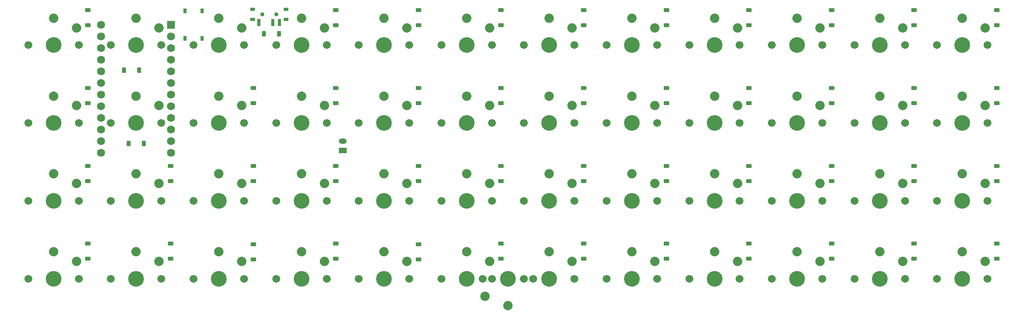
<source format=gbr>
%TF.GenerationSoftware,KiCad,Pcbnew,9.0.3-1.fc42*%
%TF.CreationDate,2025-08-27T16:52:14-04:00*%
%TF.ProjectId,48ish_soldered,34386973-685f-4736-9f6c-64657265642e,v1.0.0*%
%TF.SameCoordinates,Original*%
%TF.FileFunction,Soldermask,Bot*%
%TF.FilePolarity,Negative*%
%FSLAX46Y46*%
G04 Gerber Fmt 4.6, Leading zero omitted, Abs format (unit mm)*
G04 Created by KiCad (PCBNEW 9.0.3-1.fc42) date 2025-08-27 16:52:14*
%MOMM*%
%LPD*%
G01*
G04 APERTURE LIST*
G04 Aperture macros list*
%AMRoundRect*
0 Rectangle with rounded corners*
0 $1 Rounding radius*
0 $2 $3 $4 $5 $6 $7 $8 $9 X,Y pos of 4 corners*
0 Add a 4 corners polygon primitive as box body*
4,1,4,$2,$3,$4,$5,$6,$7,$8,$9,$2,$3,0*
0 Add four circle primitives for the rounded corners*
1,1,$1+$1,$2,$3*
1,1,$1+$1,$4,$5*
1,1,$1+$1,$6,$7*
1,1,$1+$1,$8,$9*
0 Add four rect primitives between the rounded corners*
20,1,$1+$1,$2,$3,$4,$5,0*
20,1,$1+$1,$4,$5,$6,$7,0*
20,1,$1+$1,$6,$7,$8,$9,0*
20,1,$1+$1,$8,$9,$2,$3,0*%
G04 Aperture macros list end*
%ADD10C,1.701800*%
%ADD11C,3.429000*%
%ADD12C,2.032000*%
%ADD13R,1.700000X1.200000*%
%ADD14O,1.700000X1.200000*%
%ADD15R,1.000000X0.800000*%
%ADD16C,0.900000*%
%ADD17R,0.700000X1.500000*%
%ADD18RoundRect,0.225000X-0.375000X0.225000X-0.375000X-0.225000X0.375000X-0.225000X0.375000X0.225000X0*%
%ADD19RoundRect,0.225000X0.225000X0.375000X-0.225000X0.375000X-0.225000X-0.375000X0.225000X-0.375000X0*%
%ADD20R,1.752600X1.752600*%
%ADD21C,1.752600*%
%ADD22R,0.750000X1.000000*%
%ADD23RoundRect,0.225000X-0.225000X-0.375000X0.225000X-0.375000X0.225000X0.375000X-0.225000X0.375000X0*%
G04 APERTURE END LIST*
D10*
%TO.C,S17*%
X156500000Y68000000D03*
D11*
X162000000Y68000000D03*
D10*
X167500000Y68000000D03*
D12*
X167000000Y71800000D03*
X162000000Y73900000D03*
%TD*%
D10*
%TO.C,S30*%
X102500000Y68000000D03*
D11*
X108000000Y68000000D03*
D10*
X113500000Y68000000D03*
D12*
X113000000Y71800000D03*
X108000000Y73900000D03*
%TD*%
D10*
%TO.C,S34*%
X66500000Y51000000D03*
D11*
X72000000Y51000000D03*
D10*
X77500000Y51000000D03*
D12*
X77000000Y54800000D03*
X72000000Y56900000D03*
%TD*%
D10*
%TO.C,S47*%
X12500000Y68000000D03*
D11*
X18000000Y68000000D03*
D10*
X23500000Y68000000D03*
D12*
X23000000Y71800000D03*
X18000000Y73900000D03*
%TD*%
D10*
%TO.C,S9*%
X174500000Y51000000D03*
D11*
X180000000Y51000000D03*
D10*
X185500000Y51000000D03*
D12*
X185000000Y54800000D03*
X180000000Y56900000D03*
%TD*%
D10*
%TO.C,S29*%
X102500000Y51000000D03*
D11*
X108000000Y51000000D03*
D10*
X113500000Y51000000D03*
D12*
X113000000Y54800000D03*
X108000000Y56900000D03*
%TD*%
D10*
%TO.C,S37*%
X48500000Y34000000D03*
D11*
X54000000Y34000000D03*
D10*
X59500000Y34000000D03*
D12*
X59000000Y37800000D03*
X54000000Y39900000D03*
%TD*%
D10*
%TO.C,S49*%
X-5500000Y34000000D03*
D11*
X0Y34000000D03*
D10*
X5500000Y34000000D03*
D12*
X5000000Y37800000D03*
X0Y39900000D03*
%TD*%
D10*
%TO.C,S46*%
X30500000Y68000000D03*
D11*
X36000000Y68000000D03*
D10*
X41500000Y68000000D03*
D12*
X41000000Y71800000D03*
X36000000Y73900000D03*
%TD*%
D10*
%TO.C,S18*%
X138500000Y68000000D03*
D11*
X144000000Y68000000D03*
D10*
X149500000Y68000000D03*
D12*
X149000000Y71800000D03*
X144000000Y73900000D03*
%TD*%
D10*
%TO.C,S35*%
X66500000Y68000000D03*
D11*
X72000000Y68000000D03*
D10*
X77500000Y68000000D03*
D12*
X77000000Y71800000D03*
X72000000Y73900000D03*
%TD*%
D10*
%TO.C,S32*%
X66500000Y17000000D03*
D11*
X72000000Y17000000D03*
D10*
X77500000Y17000000D03*
D12*
X77000000Y20800000D03*
X72000000Y22900000D03*
%TD*%
D10*
%TO.C,S10*%
X174500000Y68000000D03*
D11*
X180000000Y68000000D03*
D10*
X185500000Y68000000D03*
D12*
X185000000Y71800000D03*
X180000000Y73900000D03*
%TD*%
D10*
%TO.C,S38*%
X48500000Y51000000D03*
D11*
X54000000Y51000000D03*
D10*
X59500000Y51000000D03*
D12*
X59000000Y54800000D03*
X54000000Y56900000D03*
%TD*%
D10*
%TO.C,S31*%
X84500000Y68000000D03*
D11*
X90000000Y68000000D03*
D10*
X95500000Y68000000D03*
D12*
X95000000Y71800000D03*
X90000000Y73900000D03*
%TD*%
D10*
%TO.C,S44*%
X30500000Y51000000D03*
D11*
X36000000Y51000000D03*
D10*
X41500000Y51000000D03*
D12*
X41000000Y54800000D03*
X36000000Y56900000D03*
%TD*%
D10*
%TO.C,S26*%
X102500000Y34000000D03*
D11*
X108000000Y34000000D03*
D10*
X113500000Y34000000D03*
D12*
X113000000Y37800000D03*
X108000000Y39900000D03*
%TD*%
D10*
%TO.C,S42*%
X12500000Y34000000D03*
D11*
X18000000Y34000000D03*
D10*
X23500000Y34000000D03*
D12*
X23000000Y37800000D03*
X18000000Y39900000D03*
%TD*%
D10*
%TO.C,S48*%
X-5500000Y17000000D03*
D11*
X0Y17000000D03*
D10*
X5500000Y17000000D03*
D12*
X5000000Y20800000D03*
X0Y22900000D03*
%TD*%
D13*
%TO.C,JST1*%
X63000000Y45000000D03*
D14*
X63000000Y47000000D03*
%TD*%
D10*
%TO.C,S20*%
X120500000Y34000000D03*
D11*
X126000000Y34000000D03*
D10*
X131500000Y34000000D03*
D12*
X131000000Y37800000D03*
X126000000Y39900000D03*
%TD*%
D10*
%TO.C,S40*%
X30500000Y17000000D03*
D11*
X36000000Y17000000D03*
D10*
X41500000Y17000000D03*
D12*
X41000000Y20800000D03*
X36000000Y22900000D03*
%TD*%
D10*
%TO.C,S33*%
X66500000Y34000000D03*
D11*
X72000000Y34000000D03*
D10*
X77500000Y34000000D03*
D12*
X77000000Y37800000D03*
X72000000Y39900000D03*
%TD*%
D10*
%TO.C,S11*%
X138500000Y17000000D03*
D11*
X144000000Y17000000D03*
D10*
X149500000Y17000000D03*
D12*
X149000000Y20800000D03*
X144000000Y22900000D03*
%TD*%
D10*
%TO.C,S16*%
X138500000Y51000000D03*
D11*
X144000000Y51000000D03*
D10*
X149500000Y51000000D03*
D12*
X149000000Y54800000D03*
X144000000Y56900000D03*
%TD*%
D10*
%TO.C,S24*%
X84500000Y17000000D03*
D11*
X90000000Y17000000D03*
D10*
X95500000Y17000000D03*
D12*
X95000000Y20800000D03*
X90000000Y22900000D03*
%TD*%
D10*
%TO.C,S36*%
X48500000Y17000000D03*
D11*
X54000000Y17000000D03*
D10*
X59500000Y17000000D03*
D12*
X59000000Y20800000D03*
X54000000Y22900000D03*
%TD*%
D10*
%TO.C,S15*%
X156500000Y51000000D03*
D11*
X162000000Y51000000D03*
D10*
X167500000Y51000000D03*
D12*
X167000000Y54800000D03*
X162000000Y56900000D03*
%TD*%
D10*
%TO.C,S25*%
X104500000Y17000000D03*
D11*
X99000000Y17000000D03*
D10*
X93500000Y17000000D03*
D12*
X94000000Y13200000D03*
X99000000Y11100000D03*
%TD*%
D10*
%TO.C,S6*%
X192500000Y68000000D03*
D11*
X198000000Y68000000D03*
D10*
X203500000Y68000000D03*
D12*
X203000000Y71800000D03*
X198000000Y73900000D03*
%TD*%
D10*
%TO.C,S21*%
X120500000Y51000000D03*
D11*
X126000000Y51000000D03*
D10*
X131500000Y51000000D03*
D12*
X131000000Y54800000D03*
X126000000Y56900000D03*
%TD*%
D10*
%TO.C,S8*%
X174500000Y34000000D03*
D11*
X180000000Y34000000D03*
D10*
X185500000Y34000000D03*
D12*
X185000000Y37800000D03*
X180000000Y39900000D03*
%TD*%
D10*
%TO.C,S22*%
X120500000Y68000000D03*
D11*
X126000000Y68000000D03*
D10*
X131500000Y68000000D03*
D12*
X131000000Y71800000D03*
X126000000Y73900000D03*
%TD*%
D10*
%TO.C,S27*%
X84500000Y34000000D03*
D11*
X90000000Y34000000D03*
D10*
X95500000Y34000000D03*
D12*
X95000000Y37800000D03*
X90000000Y39900000D03*
%TD*%
D10*
%TO.C,S14*%
X156500000Y34000000D03*
D11*
X162000000Y34000000D03*
D10*
X167500000Y34000000D03*
D12*
X167000000Y37800000D03*
X162000000Y39900000D03*
%TD*%
D10*
%TO.C,S28*%
X84500000Y51000000D03*
D11*
X90000000Y51000000D03*
D10*
X95500000Y51000000D03*
D12*
X95000000Y54800000D03*
X90000000Y56900000D03*
%TD*%
D10*
%TO.C,S13*%
X138500000Y34000000D03*
D11*
X144000000Y34000000D03*
D10*
X149500000Y34000000D03*
D12*
X149000000Y37800000D03*
X144000000Y39900000D03*
%TD*%
D10*
%TO.C,S39*%
X48500000Y68000000D03*
D11*
X54000000Y68000000D03*
D10*
X59500000Y68000000D03*
D12*
X59000000Y71800000D03*
X54000000Y73900000D03*
%TD*%
D10*
%TO.C,S3*%
X192500000Y17000000D03*
D11*
X198000000Y17000000D03*
D10*
X203500000Y17000000D03*
D12*
X203000000Y20800000D03*
X198000000Y22900000D03*
%TD*%
D10*
%TO.C,S7*%
X174500000Y17000000D03*
D11*
X180000000Y17000000D03*
D10*
X185500000Y17000000D03*
D12*
X185000000Y20800000D03*
X180000000Y22900000D03*
%TD*%
D10*
%TO.C,S12*%
X156500000Y17000000D03*
D11*
X162000000Y17000000D03*
D10*
X167500000Y17000000D03*
D12*
X167000000Y20800000D03*
X162000000Y22900000D03*
%TD*%
D10*
%TO.C,S41*%
X12500000Y17000000D03*
D11*
X18000000Y17000000D03*
D10*
X23500000Y17000000D03*
D12*
X23000000Y20800000D03*
X18000000Y22900000D03*
%TD*%
D10*
%TO.C,S19*%
X120500000Y17000000D03*
D11*
X126000000Y17000000D03*
D10*
X131500000Y17000000D03*
D12*
X131000000Y20800000D03*
X126000000Y22900000D03*
%TD*%
D10*
%TO.C,S45*%
X12500000Y51000000D03*
D11*
X18000000Y51000000D03*
D10*
X23500000Y51000000D03*
D12*
X23000000Y54800000D03*
X18000000Y56900000D03*
%TD*%
D10*
%TO.C,S51*%
X-5500000Y68000000D03*
D11*
X0Y68000000D03*
D10*
X5500000Y68000000D03*
D12*
X5000000Y71800000D03*
X0Y73900000D03*
%TD*%
D10*
%TO.C,S43*%
X30500000Y34000000D03*
D11*
X36000000Y34000000D03*
D10*
X41500000Y34000000D03*
D12*
X41000000Y37800000D03*
X36000000Y39900000D03*
%TD*%
D10*
%TO.C,S5*%
X192500000Y51000000D03*
D11*
X198000000Y51000000D03*
D10*
X203500000Y51000000D03*
D12*
X203000000Y54800000D03*
X198000000Y56900000D03*
%TD*%
D10*
%TO.C,S23*%
X102500000Y17000000D03*
D11*
X108000000Y17000000D03*
D10*
X113500000Y17000000D03*
D12*
X113000000Y20800000D03*
X108000000Y22900000D03*
%TD*%
D10*
%TO.C,S4*%
X192500000Y34000000D03*
D11*
X198000000Y34000000D03*
D10*
X203500000Y34000000D03*
D12*
X203000000Y37800000D03*
X198000000Y39900000D03*
%TD*%
D10*
%TO.C,S50*%
X-5500000Y51000000D03*
D11*
X0Y51000000D03*
D10*
X5500000Y51000000D03*
D12*
X5000000Y54800000D03*
X0Y56900000D03*
%TD*%
D15*
%TO.C,S1*%
X43350000Y75830000D03*
X43350000Y73620000D03*
D16*
X45500000Y74730000D03*
X48500000Y74730000D03*
D15*
X50650000Y75830000D03*
X50650000Y73620000D03*
D17*
X44750000Y72970000D03*
X47750000Y72970000D03*
X49250000Y72970000D03*
%TD*%
D18*
%TO.C,D21*%
X97500000Y24650000D03*
X97500000Y21350000D03*
%TD*%
%TO.C,D22*%
X97500000Y58650000D03*
X97500000Y55350000D03*
%TD*%
%TO.C,D43*%
X169500000Y75650000D03*
X169500000Y72350000D03*
%TD*%
D19*
%TO.C,D16*%
X49150000Y70500000D03*
X45850000Y70500000D03*
%TD*%
D18*
%TO.C,D5*%
X25500000Y24650000D03*
X25500000Y21350000D03*
%TD*%
%TO.C,D37*%
X187500000Y24650000D03*
X187500000Y21350000D03*
%TD*%
D20*
%TO.C,MCU1*%
X25620000Y72470000D03*
D21*
X25620000Y69930000D03*
X25620000Y67390000D03*
X25620000Y64850000D03*
X25620000Y62310000D03*
X25620000Y59770000D03*
X25620000Y57230000D03*
X25620000Y54690000D03*
X25620000Y52150000D03*
X25620000Y49610000D03*
X25620000Y47070000D03*
X25620000Y44530000D03*
X10380000Y72470000D03*
X10380000Y69930000D03*
X10380000Y67390000D03*
X10380000Y64850000D03*
X10380000Y62310000D03*
X10380000Y59770000D03*
X10380000Y57230000D03*
X10380000Y54690000D03*
X10380000Y52150000D03*
X10380000Y49610000D03*
X10380000Y47070000D03*
X10380000Y44530000D03*
%TD*%
D18*
%TO.C,D26*%
X133500000Y24650000D03*
X133500000Y21350000D03*
%TD*%
%TO.C,D36*%
X151500000Y75650000D03*
X151500000Y72350000D03*
%TD*%
%TO.C,D4*%
X7500000Y75650000D03*
X7500000Y72350000D03*
%TD*%
D22*
%TO.C,S2*%
X28625000Y75500000D03*
X28625000Y69500000D03*
X32375000Y75500000D03*
X32375000Y69500000D03*
%TD*%
D18*
%TO.C,D19*%
X79500000Y41650000D03*
X79500000Y38350000D03*
%TD*%
%TO.C,D18*%
X79500000Y58650000D03*
X79500000Y55350000D03*
%TD*%
%TO.C,D14*%
X43500000Y41650000D03*
X43500000Y38350000D03*
%TD*%
%TO.C,D42*%
X187500000Y41650000D03*
X187500000Y38350000D03*
%TD*%
%TO.C,D28*%
X133500000Y41650000D03*
X133500000Y38350000D03*
%TD*%
%TO.C,D44*%
X187500000Y75650000D03*
X187500000Y72350000D03*
%TD*%
%TO.C,D40*%
X169500000Y41650000D03*
X169500000Y38350000D03*
%TD*%
D23*
%TO.C,D8*%
X15350000Y62500000D03*
X18650000Y62500000D03*
%TD*%
D18*
%TO.C,D17*%
X79500000Y24500000D03*
X79500000Y21200000D03*
%TD*%
%TO.C,D3*%
X7500000Y41650000D03*
X7500000Y38350000D03*
%TD*%
%TO.C,D32*%
X133500000Y75650000D03*
X133500000Y72350000D03*
%TD*%
%TO.C,D20*%
X79500000Y75650000D03*
X79500000Y72350000D03*
%TD*%
%TO.C,D48*%
X205500000Y75650000D03*
X205500000Y72350000D03*
%TD*%
%TO.C,D11*%
X43500000Y58650000D03*
X43500000Y55350000D03*
%TD*%
%TO.C,D35*%
X151500000Y58650000D03*
X151500000Y55350000D03*
%TD*%
%TO.C,D34*%
X151500000Y41650000D03*
X151500000Y38350000D03*
%TD*%
%TO.C,D2*%
X7500000Y58650000D03*
X7500000Y55350000D03*
%TD*%
%TO.C,D27*%
X115500000Y41650000D03*
X115500000Y38350000D03*
%TD*%
%TO.C,D23*%
X97500000Y41650000D03*
X97500000Y38350000D03*
%TD*%
D23*
%TO.C,D7*%
X16350000Y46500000D03*
X19650000Y46500000D03*
%TD*%
D18*
%TO.C,D10*%
X61500000Y24650000D03*
X61500000Y21350000D03*
%TD*%
%TO.C,D25*%
X115500000Y24650000D03*
X115500000Y21350000D03*
%TD*%
%TO.C,D6*%
X25500000Y41650000D03*
X25500000Y38350000D03*
%TD*%
%TO.C,D1*%
X7500000Y24650000D03*
X7500000Y21350000D03*
%TD*%
%TO.C,D46*%
X205500000Y41650000D03*
X205500000Y38350000D03*
%TD*%
%TO.C,D15*%
X61500000Y75650000D03*
X61500000Y72350000D03*
%TD*%
%TO.C,D39*%
X187500000Y58650000D03*
X187500000Y55350000D03*
%TD*%
%TO.C,D24*%
X97500000Y75650000D03*
X97500000Y72350000D03*
%TD*%
%TO.C,D41*%
X169500000Y58650000D03*
X169500000Y55350000D03*
%TD*%
%TO.C,D9*%
X43500000Y24500000D03*
X43500000Y21200000D03*
%TD*%
%TO.C,D30*%
X115500000Y58650000D03*
X115500000Y55350000D03*
%TD*%
%TO.C,D33*%
X151500000Y24650000D03*
X151500000Y21350000D03*
%TD*%
%TO.C,D45*%
X205500000Y24650000D03*
X205500000Y21350000D03*
%TD*%
%TO.C,D29*%
X133500000Y58650000D03*
X133500000Y55350000D03*
%TD*%
%TO.C,D13*%
X61500000Y58650000D03*
X61500000Y55350000D03*
%TD*%
%TO.C,D31*%
X115500000Y75650000D03*
X115500000Y72350000D03*
%TD*%
%TO.C,D47*%
X205500000Y58650000D03*
X205500000Y55350000D03*
%TD*%
%TO.C,D38*%
X169500000Y24650000D03*
X169500000Y21350000D03*
%TD*%
%TO.C,D12*%
X61500000Y41650000D03*
X61500000Y38350000D03*
%TD*%
M02*

</source>
